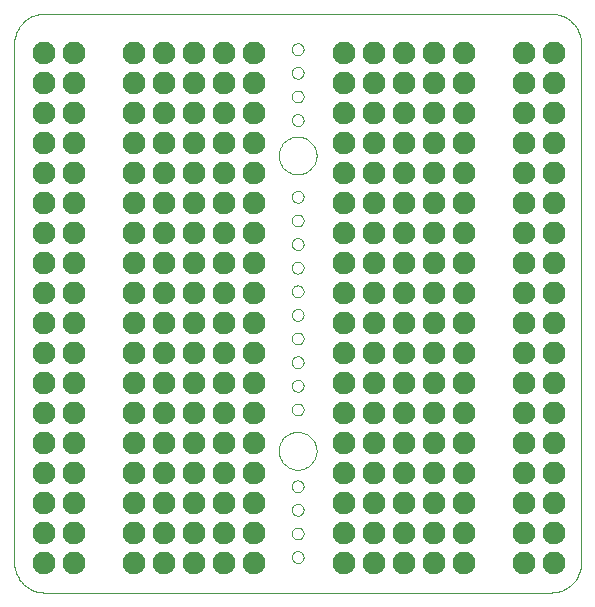
<source format=gtl>
G75*
%MOIN*%
%OFA0B0*%
%FSLAX24Y24*%
%IPPOS*%
%LPD*%
%AMOC8*
5,1,8,0,0,1.08239X$1,22.5*
%
%ADD10C,0.0000*%
%ADD11C,0.0760*%
D10*
X002468Y001340D02*
X002468Y018631D01*
X002470Y018691D01*
X002475Y018752D01*
X002484Y018811D01*
X002497Y018870D01*
X002513Y018929D01*
X002533Y018986D01*
X002556Y019041D01*
X002583Y019096D01*
X002612Y019148D01*
X002645Y019199D01*
X002681Y019248D01*
X002719Y019294D01*
X002761Y019338D01*
X002805Y019380D01*
X002851Y019418D01*
X002900Y019454D01*
X002951Y019487D01*
X003003Y019516D01*
X003058Y019543D01*
X003113Y019566D01*
X003170Y019586D01*
X003229Y019602D01*
X003288Y019615D01*
X003347Y019624D01*
X003408Y019629D01*
X003468Y019631D01*
X020366Y019631D01*
X020426Y019629D01*
X020487Y019624D01*
X020546Y019615D01*
X020605Y019602D01*
X020664Y019586D01*
X020721Y019566D01*
X020776Y019543D01*
X020831Y019516D01*
X020883Y019487D01*
X020934Y019454D01*
X020983Y019418D01*
X021029Y019380D01*
X021073Y019338D01*
X021115Y019294D01*
X021153Y019248D01*
X021189Y019199D01*
X021222Y019148D01*
X021251Y019096D01*
X021278Y019041D01*
X021301Y018986D01*
X021321Y018929D01*
X021337Y018870D01*
X021350Y018811D01*
X021359Y018752D01*
X021364Y018691D01*
X021366Y018631D01*
X021366Y001340D01*
X021364Y001280D01*
X021359Y001219D01*
X021350Y001160D01*
X021337Y001101D01*
X021321Y001042D01*
X021301Y000985D01*
X021278Y000930D01*
X021251Y000875D01*
X021222Y000823D01*
X021189Y000772D01*
X021153Y000723D01*
X021115Y000677D01*
X021073Y000633D01*
X021029Y000591D01*
X020983Y000553D01*
X020934Y000517D01*
X020883Y000484D01*
X020831Y000455D01*
X020776Y000428D01*
X020721Y000405D01*
X020664Y000385D01*
X020605Y000369D01*
X020546Y000356D01*
X020487Y000347D01*
X020426Y000342D01*
X020366Y000340D01*
X003468Y000340D01*
X003408Y000342D01*
X003347Y000347D01*
X003288Y000356D01*
X003229Y000369D01*
X003170Y000385D01*
X003113Y000405D01*
X003058Y000428D01*
X003003Y000455D01*
X002951Y000484D01*
X002900Y000517D01*
X002851Y000553D01*
X002805Y000591D01*
X002761Y000633D01*
X002719Y000677D01*
X002681Y000723D01*
X002645Y000772D01*
X002612Y000823D01*
X002583Y000875D01*
X002556Y000930D01*
X002533Y000985D01*
X002513Y001042D01*
X002497Y001101D01*
X002484Y001160D01*
X002475Y001219D01*
X002470Y001280D01*
X002468Y001340D01*
X011720Y001521D02*
X011722Y001548D01*
X011728Y001575D01*
X011737Y001601D01*
X011750Y001625D01*
X011766Y001648D01*
X011785Y001667D01*
X011807Y001684D01*
X011831Y001698D01*
X011856Y001708D01*
X011883Y001715D01*
X011910Y001718D01*
X011938Y001717D01*
X011965Y001712D01*
X011991Y001704D01*
X012015Y001692D01*
X012038Y001676D01*
X012059Y001658D01*
X012076Y001637D01*
X012091Y001613D01*
X012102Y001588D01*
X012110Y001562D01*
X012114Y001535D01*
X012114Y001507D01*
X012110Y001480D01*
X012102Y001454D01*
X012091Y001429D01*
X012076Y001405D01*
X012059Y001384D01*
X012038Y001366D01*
X012016Y001350D01*
X011991Y001338D01*
X011965Y001330D01*
X011938Y001325D01*
X011910Y001324D01*
X011883Y001327D01*
X011856Y001334D01*
X011831Y001344D01*
X011807Y001358D01*
X011785Y001375D01*
X011766Y001394D01*
X011750Y001417D01*
X011737Y001441D01*
X011728Y001467D01*
X011722Y001494D01*
X011720Y001521D01*
X011720Y002309D02*
X011722Y002336D01*
X011728Y002363D01*
X011737Y002389D01*
X011750Y002413D01*
X011766Y002436D01*
X011785Y002455D01*
X011807Y002472D01*
X011831Y002486D01*
X011856Y002496D01*
X011883Y002503D01*
X011910Y002506D01*
X011938Y002505D01*
X011965Y002500D01*
X011991Y002492D01*
X012015Y002480D01*
X012038Y002464D01*
X012059Y002446D01*
X012076Y002425D01*
X012091Y002401D01*
X012102Y002376D01*
X012110Y002350D01*
X012114Y002323D01*
X012114Y002295D01*
X012110Y002268D01*
X012102Y002242D01*
X012091Y002217D01*
X012076Y002193D01*
X012059Y002172D01*
X012038Y002154D01*
X012016Y002138D01*
X011991Y002126D01*
X011965Y002118D01*
X011938Y002113D01*
X011910Y002112D01*
X011883Y002115D01*
X011856Y002122D01*
X011831Y002132D01*
X011807Y002146D01*
X011785Y002163D01*
X011766Y002182D01*
X011750Y002205D01*
X011737Y002229D01*
X011728Y002255D01*
X011722Y002282D01*
X011720Y002309D01*
X011720Y003096D02*
X011722Y003123D01*
X011728Y003150D01*
X011737Y003176D01*
X011750Y003200D01*
X011766Y003223D01*
X011785Y003242D01*
X011807Y003259D01*
X011831Y003273D01*
X011856Y003283D01*
X011883Y003290D01*
X011910Y003293D01*
X011938Y003292D01*
X011965Y003287D01*
X011991Y003279D01*
X012015Y003267D01*
X012038Y003251D01*
X012059Y003233D01*
X012076Y003212D01*
X012091Y003188D01*
X012102Y003163D01*
X012110Y003137D01*
X012114Y003110D01*
X012114Y003082D01*
X012110Y003055D01*
X012102Y003029D01*
X012091Y003004D01*
X012076Y002980D01*
X012059Y002959D01*
X012038Y002941D01*
X012016Y002925D01*
X011991Y002913D01*
X011965Y002905D01*
X011938Y002900D01*
X011910Y002899D01*
X011883Y002902D01*
X011856Y002909D01*
X011831Y002919D01*
X011807Y002933D01*
X011785Y002950D01*
X011766Y002969D01*
X011750Y002992D01*
X011737Y003016D01*
X011728Y003042D01*
X011722Y003069D01*
X011720Y003096D01*
X011720Y003883D02*
X011722Y003910D01*
X011728Y003937D01*
X011737Y003963D01*
X011750Y003987D01*
X011766Y004010D01*
X011785Y004029D01*
X011807Y004046D01*
X011831Y004060D01*
X011856Y004070D01*
X011883Y004077D01*
X011910Y004080D01*
X011938Y004079D01*
X011965Y004074D01*
X011991Y004066D01*
X012015Y004054D01*
X012038Y004038D01*
X012059Y004020D01*
X012076Y003999D01*
X012091Y003975D01*
X012102Y003950D01*
X012110Y003924D01*
X012114Y003897D01*
X012114Y003869D01*
X012110Y003842D01*
X012102Y003816D01*
X012091Y003791D01*
X012076Y003767D01*
X012059Y003746D01*
X012038Y003728D01*
X012016Y003712D01*
X011991Y003700D01*
X011965Y003692D01*
X011938Y003687D01*
X011910Y003686D01*
X011883Y003689D01*
X011856Y003696D01*
X011831Y003706D01*
X011807Y003720D01*
X011785Y003737D01*
X011766Y003756D01*
X011750Y003779D01*
X011737Y003803D01*
X011728Y003829D01*
X011722Y003856D01*
X011720Y003883D01*
X011287Y005064D02*
X011289Y005114D01*
X011295Y005164D01*
X011305Y005213D01*
X011319Y005261D01*
X011336Y005308D01*
X011357Y005353D01*
X011382Y005397D01*
X011410Y005438D01*
X011442Y005477D01*
X011476Y005514D01*
X011513Y005548D01*
X011553Y005578D01*
X011595Y005605D01*
X011639Y005629D01*
X011685Y005650D01*
X011732Y005666D01*
X011780Y005679D01*
X011830Y005688D01*
X011879Y005693D01*
X011930Y005694D01*
X011980Y005691D01*
X012029Y005684D01*
X012078Y005673D01*
X012126Y005658D01*
X012172Y005640D01*
X012217Y005618D01*
X012260Y005592D01*
X012301Y005563D01*
X012340Y005531D01*
X012376Y005496D01*
X012408Y005458D01*
X012438Y005418D01*
X012465Y005375D01*
X012488Y005331D01*
X012507Y005285D01*
X012523Y005237D01*
X012535Y005188D01*
X012543Y005139D01*
X012547Y005089D01*
X012547Y005039D01*
X012543Y004989D01*
X012535Y004940D01*
X012523Y004891D01*
X012507Y004843D01*
X012488Y004797D01*
X012465Y004753D01*
X012438Y004710D01*
X012408Y004670D01*
X012376Y004632D01*
X012340Y004597D01*
X012301Y004565D01*
X012260Y004536D01*
X012217Y004510D01*
X012172Y004488D01*
X012126Y004470D01*
X012078Y004455D01*
X012029Y004444D01*
X011980Y004437D01*
X011930Y004434D01*
X011879Y004435D01*
X011830Y004440D01*
X011780Y004449D01*
X011732Y004462D01*
X011685Y004478D01*
X011639Y004499D01*
X011595Y004523D01*
X011553Y004550D01*
X011513Y004580D01*
X011476Y004614D01*
X011442Y004651D01*
X011410Y004690D01*
X011382Y004731D01*
X011357Y004775D01*
X011336Y004820D01*
X011319Y004867D01*
X011305Y004915D01*
X011295Y004964D01*
X011289Y005014D01*
X011287Y005064D01*
X011720Y006442D02*
X011722Y006469D01*
X011728Y006496D01*
X011737Y006522D01*
X011750Y006546D01*
X011766Y006569D01*
X011785Y006588D01*
X011807Y006605D01*
X011831Y006619D01*
X011856Y006629D01*
X011883Y006636D01*
X011910Y006639D01*
X011938Y006638D01*
X011965Y006633D01*
X011991Y006625D01*
X012015Y006613D01*
X012038Y006597D01*
X012059Y006579D01*
X012076Y006558D01*
X012091Y006534D01*
X012102Y006509D01*
X012110Y006483D01*
X012114Y006456D01*
X012114Y006428D01*
X012110Y006401D01*
X012102Y006375D01*
X012091Y006350D01*
X012076Y006326D01*
X012059Y006305D01*
X012038Y006287D01*
X012016Y006271D01*
X011991Y006259D01*
X011965Y006251D01*
X011938Y006246D01*
X011910Y006245D01*
X011883Y006248D01*
X011856Y006255D01*
X011831Y006265D01*
X011807Y006279D01*
X011785Y006296D01*
X011766Y006315D01*
X011750Y006338D01*
X011737Y006362D01*
X011728Y006388D01*
X011722Y006415D01*
X011720Y006442D01*
X011720Y007230D02*
X011722Y007257D01*
X011728Y007284D01*
X011737Y007310D01*
X011750Y007334D01*
X011766Y007357D01*
X011785Y007376D01*
X011807Y007393D01*
X011831Y007407D01*
X011856Y007417D01*
X011883Y007424D01*
X011910Y007427D01*
X011938Y007426D01*
X011965Y007421D01*
X011991Y007413D01*
X012015Y007401D01*
X012038Y007385D01*
X012059Y007367D01*
X012076Y007346D01*
X012091Y007322D01*
X012102Y007297D01*
X012110Y007271D01*
X012114Y007244D01*
X012114Y007216D01*
X012110Y007189D01*
X012102Y007163D01*
X012091Y007138D01*
X012076Y007114D01*
X012059Y007093D01*
X012038Y007075D01*
X012016Y007059D01*
X011991Y007047D01*
X011965Y007039D01*
X011938Y007034D01*
X011910Y007033D01*
X011883Y007036D01*
X011856Y007043D01*
X011831Y007053D01*
X011807Y007067D01*
X011785Y007084D01*
X011766Y007103D01*
X011750Y007126D01*
X011737Y007150D01*
X011728Y007176D01*
X011722Y007203D01*
X011720Y007230D01*
X011720Y008017D02*
X011722Y008044D01*
X011728Y008071D01*
X011737Y008097D01*
X011750Y008121D01*
X011766Y008144D01*
X011785Y008163D01*
X011807Y008180D01*
X011831Y008194D01*
X011856Y008204D01*
X011883Y008211D01*
X011910Y008214D01*
X011938Y008213D01*
X011965Y008208D01*
X011991Y008200D01*
X012015Y008188D01*
X012038Y008172D01*
X012059Y008154D01*
X012076Y008133D01*
X012091Y008109D01*
X012102Y008084D01*
X012110Y008058D01*
X012114Y008031D01*
X012114Y008003D01*
X012110Y007976D01*
X012102Y007950D01*
X012091Y007925D01*
X012076Y007901D01*
X012059Y007880D01*
X012038Y007862D01*
X012016Y007846D01*
X011991Y007834D01*
X011965Y007826D01*
X011938Y007821D01*
X011910Y007820D01*
X011883Y007823D01*
X011856Y007830D01*
X011831Y007840D01*
X011807Y007854D01*
X011785Y007871D01*
X011766Y007890D01*
X011750Y007913D01*
X011737Y007937D01*
X011728Y007963D01*
X011722Y007990D01*
X011720Y008017D01*
X011720Y008805D02*
X011722Y008832D01*
X011728Y008859D01*
X011737Y008885D01*
X011750Y008909D01*
X011766Y008932D01*
X011785Y008951D01*
X011807Y008968D01*
X011831Y008982D01*
X011856Y008992D01*
X011883Y008999D01*
X011910Y009002D01*
X011938Y009001D01*
X011965Y008996D01*
X011991Y008988D01*
X012015Y008976D01*
X012038Y008960D01*
X012059Y008942D01*
X012076Y008921D01*
X012091Y008897D01*
X012102Y008872D01*
X012110Y008846D01*
X012114Y008819D01*
X012114Y008791D01*
X012110Y008764D01*
X012102Y008738D01*
X012091Y008713D01*
X012076Y008689D01*
X012059Y008668D01*
X012038Y008650D01*
X012016Y008634D01*
X011991Y008622D01*
X011965Y008614D01*
X011938Y008609D01*
X011910Y008608D01*
X011883Y008611D01*
X011856Y008618D01*
X011831Y008628D01*
X011807Y008642D01*
X011785Y008659D01*
X011766Y008678D01*
X011750Y008701D01*
X011737Y008725D01*
X011728Y008751D01*
X011722Y008778D01*
X011720Y008805D01*
X011720Y009592D02*
X011722Y009619D01*
X011728Y009646D01*
X011737Y009672D01*
X011750Y009696D01*
X011766Y009719D01*
X011785Y009738D01*
X011807Y009755D01*
X011831Y009769D01*
X011856Y009779D01*
X011883Y009786D01*
X011910Y009789D01*
X011938Y009788D01*
X011965Y009783D01*
X011991Y009775D01*
X012015Y009763D01*
X012038Y009747D01*
X012059Y009729D01*
X012076Y009708D01*
X012091Y009684D01*
X012102Y009659D01*
X012110Y009633D01*
X012114Y009606D01*
X012114Y009578D01*
X012110Y009551D01*
X012102Y009525D01*
X012091Y009500D01*
X012076Y009476D01*
X012059Y009455D01*
X012038Y009437D01*
X012016Y009421D01*
X011991Y009409D01*
X011965Y009401D01*
X011938Y009396D01*
X011910Y009395D01*
X011883Y009398D01*
X011856Y009405D01*
X011831Y009415D01*
X011807Y009429D01*
X011785Y009446D01*
X011766Y009465D01*
X011750Y009488D01*
X011737Y009512D01*
X011728Y009538D01*
X011722Y009565D01*
X011720Y009592D01*
X011720Y010379D02*
X011722Y010406D01*
X011728Y010433D01*
X011737Y010459D01*
X011750Y010483D01*
X011766Y010506D01*
X011785Y010525D01*
X011807Y010542D01*
X011831Y010556D01*
X011856Y010566D01*
X011883Y010573D01*
X011910Y010576D01*
X011938Y010575D01*
X011965Y010570D01*
X011991Y010562D01*
X012015Y010550D01*
X012038Y010534D01*
X012059Y010516D01*
X012076Y010495D01*
X012091Y010471D01*
X012102Y010446D01*
X012110Y010420D01*
X012114Y010393D01*
X012114Y010365D01*
X012110Y010338D01*
X012102Y010312D01*
X012091Y010287D01*
X012076Y010263D01*
X012059Y010242D01*
X012038Y010224D01*
X012016Y010208D01*
X011991Y010196D01*
X011965Y010188D01*
X011938Y010183D01*
X011910Y010182D01*
X011883Y010185D01*
X011856Y010192D01*
X011831Y010202D01*
X011807Y010216D01*
X011785Y010233D01*
X011766Y010252D01*
X011750Y010275D01*
X011737Y010299D01*
X011728Y010325D01*
X011722Y010352D01*
X011720Y010379D01*
X011720Y011167D02*
X011722Y011194D01*
X011728Y011221D01*
X011737Y011247D01*
X011750Y011271D01*
X011766Y011294D01*
X011785Y011313D01*
X011807Y011330D01*
X011831Y011344D01*
X011856Y011354D01*
X011883Y011361D01*
X011910Y011364D01*
X011938Y011363D01*
X011965Y011358D01*
X011991Y011350D01*
X012015Y011338D01*
X012038Y011322D01*
X012059Y011304D01*
X012076Y011283D01*
X012091Y011259D01*
X012102Y011234D01*
X012110Y011208D01*
X012114Y011181D01*
X012114Y011153D01*
X012110Y011126D01*
X012102Y011100D01*
X012091Y011075D01*
X012076Y011051D01*
X012059Y011030D01*
X012038Y011012D01*
X012016Y010996D01*
X011991Y010984D01*
X011965Y010976D01*
X011938Y010971D01*
X011910Y010970D01*
X011883Y010973D01*
X011856Y010980D01*
X011831Y010990D01*
X011807Y011004D01*
X011785Y011021D01*
X011766Y011040D01*
X011750Y011063D01*
X011737Y011087D01*
X011728Y011113D01*
X011722Y011140D01*
X011720Y011167D01*
X011720Y011954D02*
X011722Y011981D01*
X011728Y012008D01*
X011737Y012034D01*
X011750Y012058D01*
X011766Y012081D01*
X011785Y012100D01*
X011807Y012117D01*
X011831Y012131D01*
X011856Y012141D01*
X011883Y012148D01*
X011910Y012151D01*
X011938Y012150D01*
X011965Y012145D01*
X011991Y012137D01*
X012015Y012125D01*
X012038Y012109D01*
X012059Y012091D01*
X012076Y012070D01*
X012091Y012046D01*
X012102Y012021D01*
X012110Y011995D01*
X012114Y011968D01*
X012114Y011940D01*
X012110Y011913D01*
X012102Y011887D01*
X012091Y011862D01*
X012076Y011838D01*
X012059Y011817D01*
X012038Y011799D01*
X012016Y011783D01*
X011991Y011771D01*
X011965Y011763D01*
X011938Y011758D01*
X011910Y011757D01*
X011883Y011760D01*
X011856Y011767D01*
X011831Y011777D01*
X011807Y011791D01*
X011785Y011808D01*
X011766Y011827D01*
X011750Y011850D01*
X011737Y011874D01*
X011728Y011900D01*
X011722Y011927D01*
X011720Y011954D01*
X011720Y012742D02*
X011722Y012769D01*
X011728Y012796D01*
X011737Y012822D01*
X011750Y012846D01*
X011766Y012869D01*
X011785Y012888D01*
X011807Y012905D01*
X011831Y012919D01*
X011856Y012929D01*
X011883Y012936D01*
X011910Y012939D01*
X011938Y012938D01*
X011965Y012933D01*
X011991Y012925D01*
X012015Y012913D01*
X012038Y012897D01*
X012059Y012879D01*
X012076Y012858D01*
X012091Y012834D01*
X012102Y012809D01*
X012110Y012783D01*
X012114Y012756D01*
X012114Y012728D01*
X012110Y012701D01*
X012102Y012675D01*
X012091Y012650D01*
X012076Y012626D01*
X012059Y012605D01*
X012038Y012587D01*
X012016Y012571D01*
X011991Y012559D01*
X011965Y012551D01*
X011938Y012546D01*
X011910Y012545D01*
X011883Y012548D01*
X011856Y012555D01*
X011831Y012565D01*
X011807Y012579D01*
X011785Y012596D01*
X011766Y012615D01*
X011750Y012638D01*
X011737Y012662D01*
X011728Y012688D01*
X011722Y012715D01*
X011720Y012742D01*
X011720Y013529D02*
X011722Y013556D01*
X011728Y013583D01*
X011737Y013609D01*
X011750Y013633D01*
X011766Y013656D01*
X011785Y013675D01*
X011807Y013692D01*
X011831Y013706D01*
X011856Y013716D01*
X011883Y013723D01*
X011910Y013726D01*
X011938Y013725D01*
X011965Y013720D01*
X011991Y013712D01*
X012015Y013700D01*
X012038Y013684D01*
X012059Y013666D01*
X012076Y013645D01*
X012091Y013621D01*
X012102Y013596D01*
X012110Y013570D01*
X012114Y013543D01*
X012114Y013515D01*
X012110Y013488D01*
X012102Y013462D01*
X012091Y013437D01*
X012076Y013413D01*
X012059Y013392D01*
X012038Y013374D01*
X012016Y013358D01*
X011991Y013346D01*
X011965Y013338D01*
X011938Y013333D01*
X011910Y013332D01*
X011883Y013335D01*
X011856Y013342D01*
X011831Y013352D01*
X011807Y013366D01*
X011785Y013383D01*
X011766Y013402D01*
X011750Y013425D01*
X011737Y013449D01*
X011728Y013475D01*
X011722Y013502D01*
X011720Y013529D01*
X011287Y014907D02*
X011289Y014957D01*
X011295Y015007D01*
X011305Y015056D01*
X011319Y015104D01*
X011336Y015151D01*
X011357Y015196D01*
X011382Y015240D01*
X011410Y015281D01*
X011442Y015320D01*
X011476Y015357D01*
X011513Y015391D01*
X011553Y015421D01*
X011595Y015448D01*
X011639Y015472D01*
X011685Y015493D01*
X011732Y015509D01*
X011780Y015522D01*
X011830Y015531D01*
X011879Y015536D01*
X011930Y015537D01*
X011980Y015534D01*
X012029Y015527D01*
X012078Y015516D01*
X012126Y015501D01*
X012172Y015483D01*
X012217Y015461D01*
X012260Y015435D01*
X012301Y015406D01*
X012340Y015374D01*
X012376Y015339D01*
X012408Y015301D01*
X012438Y015261D01*
X012465Y015218D01*
X012488Y015174D01*
X012507Y015128D01*
X012523Y015080D01*
X012535Y015031D01*
X012543Y014982D01*
X012547Y014932D01*
X012547Y014882D01*
X012543Y014832D01*
X012535Y014783D01*
X012523Y014734D01*
X012507Y014686D01*
X012488Y014640D01*
X012465Y014596D01*
X012438Y014553D01*
X012408Y014513D01*
X012376Y014475D01*
X012340Y014440D01*
X012301Y014408D01*
X012260Y014379D01*
X012217Y014353D01*
X012172Y014331D01*
X012126Y014313D01*
X012078Y014298D01*
X012029Y014287D01*
X011980Y014280D01*
X011930Y014277D01*
X011879Y014278D01*
X011830Y014283D01*
X011780Y014292D01*
X011732Y014305D01*
X011685Y014321D01*
X011639Y014342D01*
X011595Y014366D01*
X011553Y014393D01*
X011513Y014423D01*
X011476Y014457D01*
X011442Y014494D01*
X011410Y014533D01*
X011382Y014574D01*
X011357Y014618D01*
X011336Y014663D01*
X011319Y014710D01*
X011305Y014758D01*
X011295Y014807D01*
X011289Y014857D01*
X011287Y014907D01*
X011720Y016088D02*
X011722Y016115D01*
X011728Y016142D01*
X011737Y016168D01*
X011750Y016192D01*
X011766Y016215D01*
X011785Y016234D01*
X011807Y016251D01*
X011831Y016265D01*
X011856Y016275D01*
X011883Y016282D01*
X011910Y016285D01*
X011938Y016284D01*
X011965Y016279D01*
X011991Y016271D01*
X012015Y016259D01*
X012038Y016243D01*
X012059Y016225D01*
X012076Y016204D01*
X012091Y016180D01*
X012102Y016155D01*
X012110Y016129D01*
X012114Y016102D01*
X012114Y016074D01*
X012110Y016047D01*
X012102Y016021D01*
X012091Y015996D01*
X012076Y015972D01*
X012059Y015951D01*
X012038Y015933D01*
X012016Y015917D01*
X011991Y015905D01*
X011965Y015897D01*
X011938Y015892D01*
X011910Y015891D01*
X011883Y015894D01*
X011856Y015901D01*
X011831Y015911D01*
X011807Y015925D01*
X011785Y015942D01*
X011766Y015961D01*
X011750Y015984D01*
X011737Y016008D01*
X011728Y016034D01*
X011722Y016061D01*
X011720Y016088D01*
X011720Y016875D02*
X011722Y016902D01*
X011728Y016929D01*
X011737Y016955D01*
X011750Y016979D01*
X011766Y017002D01*
X011785Y017021D01*
X011807Y017038D01*
X011831Y017052D01*
X011856Y017062D01*
X011883Y017069D01*
X011910Y017072D01*
X011938Y017071D01*
X011965Y017066D01*
X011991Y017058D01*
X012015Y017046D01*
X012038Y017030D01*
X012059Y017012D01*
X012076Y016991D01*
X012091Y016967D01*
X012102Y016942D01*
X012110Y016916D01*
X012114Y016889D01*
X012114Y016861D01*
X012110Y016834D01*
X012102Y016808D01*
X012091Y016783D01*
X012076Y016759D01*
X012059Y016738D01*
X012038Y016720D01*
X012016Y016704D01*
X011991Y016692D01*
X011965Y016684D01*
X011938Y016679D01*
X011910Y016678D01*
X011883Y016681D01*
X011856Y016688D01*
X011831Y016698D01*
X011807Y016712D01*
X011785Y016729D01*
X011766Y016748D01*
X011750Y016771D01*
X011737Y016795D01*
X011728Y016821D01*
X011722Y016848D01*
X011720Y016875D01*
X011720Y017663D02*
X011722Y017690D01*
X011728Y017717D01*
X011737Y017743D01*
X011750Y017767D01*
X011766Y017790D01*
X011785Y017809D01*
X011807Y017826D01*
X011831Y017840D01*
X011856Y017850D01*
X011883Y017857D01*
X011910Y017860D01*
X011938Y017859D01*
X011965Y017854D01*
X011991Y017846D01*
X012015Y017834D01*
X012038Y017818D01*
X012059Y017800D01*
X012076Y017779D01*
X012091Y017755D01*
X012102Y017730D01*
X012110Y017704D01*
X012114Y017677D01*
X012114Y017649D01*
X012110Y017622D01*
X012102Y017596D01*
X012091Y017571D01*
X012076Y017547D01*
X012059Y017526D01*
X012038Y017508D01*
X012016Y017492D01*
X011991Y017480D01*
X011965Y017472D01*
X011938Y017467D01*
X011910Y017466D01*
X011883Y017469D01*
X011856Y017476D01*
X011831Y017486D01*
X011807Y017500D01*
X011785Y017517D01*
X011766Y017536D01*
X011750Y017559D01*
X011737Y017583D01*
X011728Y017609D01*
X011722Y017636D01*
X011720Y017663D01*
X011720Y018450D02*
X011722Y018477D01*
X011728Y018504D01*
X011737Y018530D01*
X011750Y018554D01*
X011766Y018577D01*
X011785Y018596D01*
X011807Y018613D01*
X011831Y018627D01*
X011856Y018637D01*
X011883Y018644D01*
X011910Y018647D01*
X011938Y018646D01*
X011965Y018641D01*
X011991Y018633D01*
X012015Y018621D01*
X012038Y018605D01*
X012059Y018587D01*
X012076Y018566D01*
X012091Y018542D01*
X012102Y018517D01*
X012110Y018491D01*
X012114Y018464D01*
X012114Y018436D01*
X012110Y018409D01*
X012102Y018383D01*
X012091Y018358D01*
X012076Y018334D01*
X012059Y018313D01*
X012038Y018295D01*
X012016Y018279D01*
X011991Y018267D01*
X011965Y018259D01*
X011938Y018254D01*
X011910Y018253D01*
X011883Y018256D01*
X011856Y018263D01*
X011831Y018273D01*
X011807Y018287D01*
X011785Y018304D01*
X011766Y018323D01*
X011750Y018346D01*
X011737Y018370D01*
X011728Y018396D01*
X011722Y018423D01*
X011720Y018450D01*
D11*
X010468Y018340D03*
X009468Y018340D03*
X008468Y018340D03*
X007468Y018340D03*
X006468Y018340D03*
X006468Y017340D03*
X006468Y016340D03*
X007468Y016340D03*
X007468Y017340D03*
X008468Y017340D03*
X008468Y016340D03*
X009468Y016340D03*
X009468Y017340D03*
X010468Y017340D03*
X010468Y016340D03*
X010468Y015340D03*
X009468Y015340D03*
X008468Y015340D03*
X008468Y014340D03*
X009468Y014340D03*
X010468Y014340D03*
X010468Y013340D03*
X009468Y013340D03*
X008468Y013340D03*
X007468Y013340D03*
X006468Y013340D03*
X006468Y012340D03*
X006468Y011340D03*
X006468Y011340D03*
X006468Y011340D03*
X007468Y011340D03*
X007468Y011340D03*
X007468Y012340D03*
X008468Y012340D03*
X008468Y011340D03*
X009468Y011340D03*
X009468Y012340D03*
X010468Y012340D03*
X010468Y011340D03*
X010468Y010340D03*
X009468Y010340D03*
X008468Y010340D03*
X008468Y009340D03*
X009468Y009340D03*
X010468Y009340D03*
X010468Y008340D03*
X009468Y008340D03*
X008468Y008340D03*
X007468Y008340D03*
X006468Y008340D03*
X006468Y007340D03*
X006468Y006340D03*
X007468Y006340D03*
X007468Y007340D03*
X008468Y007340D03*
X008468Y006340D03*
X009468Y006340D03*
X009468Y007340D03*
X010468Y007340D03*
X010468Y006340D03*
X010468Y005340D03*
X009468Y005340D03*
X008468Y005340D03*
X007468Y005340D03*
X006468Y005340D03*
X006468Y004340D03*
X006468Y003340D03*
X007468Y003340D03*
X007468Y004340D03*
X008468Y004340D03*
X008468Y003340D03*
X009468Y003340D03*
X009468Y004340D03*
X010468Y004340D03*
X010468Y003340D03*
X010468Y002340D03*
X009468Y002340D03*
X008468Y002340D03*
X008468Y001340D03*
X009468Y001340D03*
X010468Y001340D03*
X007468Y001340D03*
X006468Y001340D03*
X006468Y002340D03*
X007468Y002340D03*
X004468Y002340D03*
X004468Y001340D03*
X003468Y001340D03*
X003468Y002340D03*
X003468Y003340D03*
X003468Y004340D03*
X003468Y005340D03*
X003468Y006340D03*
X003468Y007340D03*
X003468Y008340D03*
X003468Y009340D03*
X003468Y010340D03*
X003468Y011340D03*
X003468Y012340D03*
X003468Y013340D03*
X003468Y014340D03*
X003468Y015340D03*
X003468Y016340D03*
X003468Y017340D03*
X003468Y018340D03*
X004468Y018340D03*
X004468Y017340D03*
X004468Y016340D03*
X004468Y015340D03*
X004468Y014340D03*
X004468Y013340D03*
X004468Y012340D03*
X004468Y011340D03*
X004468Y010340D03*
X004468Y009340D03*
X004468Y008340D03*
X004468Y007340D03*
X004468Y006340D03*
X004468Y005340D03*
X004468Y004340D03*
X004468Y003340D03*
X006468Y009340D03*
X006468Y010340D03*
X007468Y010340D03*
X007468Y009340D03*
X007468Y014340D03*
X006468Y014340D03*
X006468Y015340D03*
X007468Y015340D03*
X013468Y015340D03*
X013468Y014340D03*
X014468Y014340D03*
X014468Y015340D03*
X015468Y015340D03*
X015468Y014340D03*
X015468Y013340D03*
X014468Y013340D03*
X013468Y013340D03*
X013468Y012340D03*
X013468Y011340D03*
X014468Y011340D03*
X014468Y012340D03*
X015468Y012340D03*
X015468Y011340D03*
X015468Y010340D03*
X014468Y010340D03*
X013468Y010340D03*
X013468Y009340D03*
X014468Y009340D03*
X015468Y009340D03*
X015468Y008340D03*
X014468Y008340D03*
X013468Y008340D03*
X013468Y007340D03*
X013468Y006340D03*
X014468Y006340D03*
X014468Y007340D03*
X015468Y007340D03*
X015468Y006340D03*
X015468Y005340D03*
X014468Y005340D03*
X014468Y005340D03*
X013468Y005340D03*
X013468Y004340D03*
X013468Y003340D03*
X014468Y003340D03*
X014468Y004340D03*
X015468Y004340D03*
X015468Y003340D03*
X015468Y002340D03*
X014468Y002340D03*
X013468Y002340D03*
X013468Y001340D03*
X014468Y001340D03*
X015468Y001340D03*
X016468Y001340D03*
X016468Y002340D03*
X017468Y002340D03*
X017468Y001340D03*
X017468Y003340D03*
X016468Y003340D03*
X016468Y004340D03*
X017468Y004340D03*
X017468Y005340D03*
X016468Y005340D03*
X016468Y006340D03*
X016468Y006340D03*
X016468Y007340D03*
X017468Y007340D03*
X017468Y006340D03*
X017468Y008340D03*
X016468Y008340D03*
X016468Y009340D03*
X016468Y010340D03*
X017468Y010340D03*
X017468Y009340D03*
X017468Y011340D03*
X016468Y011340D03*
X016468Y012340D03*
X017468Y012340D03*
X017468Y013340D03*
X016468Y013340D03*
X016468Y014340D03*
X016468Y015340D03*
X017468Y015340D03*
X017468Y014340D03*
X017468Y016340D03*
X016468Y016340D03*
X016468Y017340D03*
X017468Y017340D03*
X017468Y018340D03*
X016468Y018340D03*
X015468Y018340D03*
X014468Y018340D03*
X013468Y018340D03*
X013468Y017340D03*
X013468Y016340D03*
X014468Y016340D03*
X014468Y017340D03*
X015468Y017340D03*
X015468Y016340D03*
X019468Y016340D03*
X019468Y017340D03*
X020468Y017340D03*
X020468Y016340D03*
X020468Y015340D03*
X019468Y015340D03*
X019468Y014340D03*
X020468Y014340D03*
X020468Y013340D03*
X019468Y013340D03*
X019468Y012340D03*
X019468Y011340D03*
X020468Y011340D03*
X020468Y012340D03*
X020468Y010340D03*
X019468Y010340D03*
X019468Y009340D03*
X020468Y009340D03*
X020468Y008340D03*
X019468Y008340D03*
X019468Y007340D03*
X019468Y006340D03*
X020468Y006340D03*
X020468Y007340D03*
X020468Y005340D03*
X019468Y005340D03*
X019468Y004340D03*
X019468Y003340D03*
X020468Y003340D03*
X020468Y004340D03*
X020468Y002340D03*
X019468Y002340D03*
X019468Y001340D03*
X020468Y001340D03*
X020468Y018340D03*
X019468Y018340D03*
M02*

</source>
